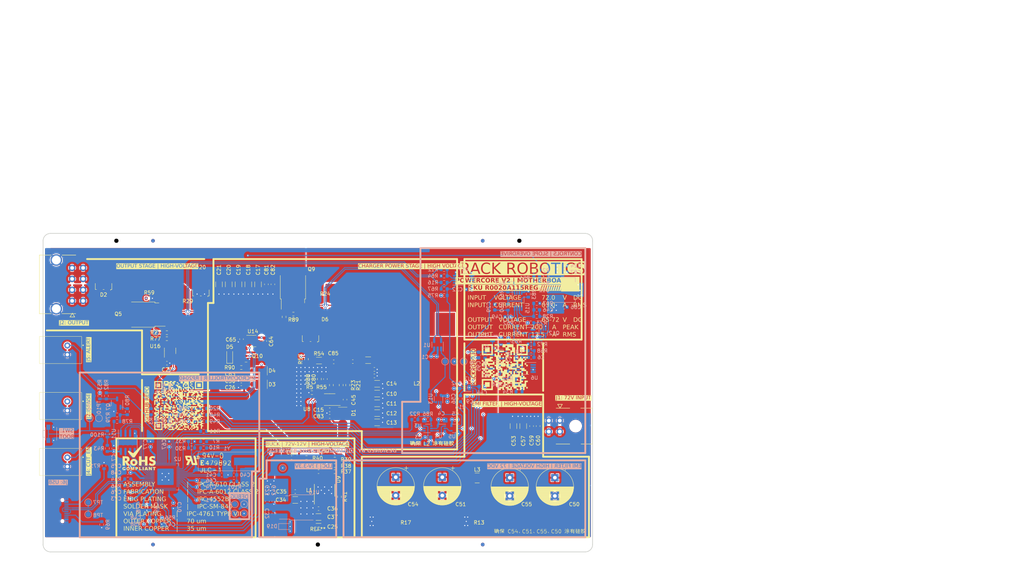
<source format=kicad_pcb>
(kicad_pcb (version 20221018) (generator pcbnew)

  (general
    (thickness 1.64)
  )

  (paper "A3")
  (title_block
    (title "PC-02 EDM PULSE GENERATOR")
    (company "DRAGONFLY POWER SYSTEMS")
  )

  (layers
    (0 "F.Cu" signal)
    (1 "In1.Cu" power)
    (2 "In2.Cu" signal)
    (3 "In3.Cu" signal)
    (4 "In4.Cu" power)
    (31 "B.Cu" signal)
    (32 "B.Adhes" user "B.Adhesive")
    (33 "F.Adhes" user "F.Adhesive")
    (34 "B.Paste" user)
    (35 "F.Paste" user)
    (36 "B.SilkS" user "B.Silkscreen")
    (37 "F.SilkS" user "F.Silkscreen")
    (38 "B.Mask" user)
    (39 "F.Mask" user)
    (40 "Dwgs.User" user "User.Drawings")
    (41 "Cmts.User" user "User.Comments")
    (42 "Eco1.User" user "User.Eco1")
    (43 "Eco2.User" user "User.Eco2")
    (44 "Edge.Cuts" user)
    (45 "Margin" user)
    (46 "B.CrtYd" user "B.Courtyard")
    (47 "F.CrtYd" user "F.Courtyard")
    (48 "B.Fab" user)
    (49 "F.Fab" user)
    (50 "User.1" user)
    (51 "User.2" user)
    (52 "User.3" user)
    (53 "User.4" user)
    (54 "User.5" user)
    (55 "User.6" user)
    (56 "User.7" user)
    (57 "User.8" user)
    (58 "User.9" user)
  )

  (setup
    (stackup
      (layer "F.SilkS" (type "Top Silk Screen") (color "White"))
      (layer "F.Paste" (type "Top Solder Paste"))
      (layer "F.Mask" (type "Top Solder Mask") (color "#000000CC") (thickness 0.01))
      (layer "F.Cu" (type "copper") (thickness 0.07))
      (layer "dielectric 1" (type "prepreg") (thickness 0.18) (material "FR4") (epsilon_r 4.29) (loss_tangent 0.02))
      (layer "In1.Cu" (type "copper") (thickness 0.035))
      (layer "dielectric 2" (type "core") (thickness 0.4) (material "FR4") (epsilon_r 4.29) (loss_tangent 0.02))
      (layer "In2.Cu" (type "copper") (thickness 0.035))
      (layer "dielectric 3" (type "prepreg") (thickness 0.18) (material "FR4") (epsilon_r 4.29) (loss_tangent 0.02))
      (layer "In3.Cu" (type "copper") (thickness 0.035))
      (layer "dielectric 4" (type "core") (thickness 0.4) (material "FR4") (epsilon_r 4.29) (loss_tangent 0.02))
      (layer "In4.Cu" (type "copper") (thickness 0.035))
      (layer "dielectric 5" (type "prepreg") (thickness 0.18) (material "FR4") (epsilon_r 4.29) (loss_tangent 0.02))
      (layer "B.Cu" (type "copper") (thickness 0.07))
      (layer "B.Mask" (type "Bottom Solder Mask") (color "#000000CC") (thickness 0.01))
      (layer "B.Paste" (type "Bottom Solder Paste"))
      (layer "B.SilkS" (type "Bottom Silk Screen") (color "White"))
      (copper_finish "ENIG")
      (dielectric_constraints no)
    )
    (pad_to_mask_clearance 0.0508)
    (solder_mask_min_width 0.0762)
    (aux_axis_origin 126.999998 193.999998)
    (pcbplotparams
      (layerselection 0x00010fc_ffffffff)
      (plot_on_all_layers_selection 0x0000000_00000000)
      (disableapertmacros false)
      (usegerberextensions true)
      (usegerberattributes false)
      (usegerberadvancedattributes false)
      (creategerberjobfile false)
      (dashed_line_dash_ratio 12.000000)
      (dashed_line_gap_ratio 3.000000)
      (svgprecision 4)
      (plotframeref false)
      (viasonmask false)
      (mode 1)
      (useauxorigin true)
      (hpglpennumber 1)
      (hpglpenspeed 20)
      (hpglpendiameter 15.000000)
      (dxfpolygonmode true)
      (dxfimperialunits true)
      (dxfusepcbnewfont true)
      (psnegative false)
      (psa4output false)
      (plotreference true)
      (plotvalue false)
      (plotinvisibletext false)
      (sketchpadsonfab false)
      (subtractmaskfromsilk true)
      (outputformat 1)
      (mirror false)
      (drillshape 0)
      (scaleselection 1)
      (outputdirectory "Gerbers/")
    )
  )

  (net 0 "")
  (net 1 "+3V3")
  (net 2 "GND")
  (net 3 "/CONTROLS/V_SENSE_FILTERED")
  (net 4 "/CONTROLS/V_SLOPE")
  (net 5 "VBUS")
  (net 6 "+12V")
  (net 7 "/CHARGER_POWER_STAGE/CHARGER_TEMP")
  (net 8 "/CONTROLS/CURRENT_TRIP")
  (net 9 "Net-(R49-Pad2)")
  (net 10 "/CONTROLS/OUTPUT_ISENSE_MICRO")
  (net 11 "Net-(Q10A-G)")
  (net 12 "Net-(U4-Pad2)")
  (net 13 "Net-(U8-IN)")
  (net 14 "+1V1")
  (net 15 "/MICRO/OUTPUT_STAGE_TEMP")
  (net 16 "/CHARGER_POWER_STAGE/VCAP")
  (net 17 "Net-(D7-A{slash}K)")
  (net 18 "/CONTROLS/CC_I_LIMIT")
  (net 19 "Net-(U9-BST)")
  (net 20 "Net-(U9-SW)")
  (net 21 "Net-(C38-Pad1)")
  (net 22 "Net-(U9-FB)")
  (net 23 "Net-(C40-Pad1)")
  (net 24 "/MICRO/XIN")
  (net 25 "/CONTROLS/V_CAP_SET")
  (net 26 "/CHARGER_POWER_STAGE/VSW")
  (net 27 "/CONTROLS/SLOPE_GENERATION/I_LIMIT_ADJUSTED")
  (net 28 "+5V")
  (net 29 "VDC")
  (net 30 "Net-(U7A--)")
  (net 31 "Net-(D3-K)")
  (net 32 "Net-(D5-A)")
  (net 33 "/CHARGER_POWER_STAGE/VHB_DIODE")
  (net 34 "/CHARGER_POWER_STAGE/VS_DIODE")
  (net 35 "Net-(Q3-G)")
  (net 36 "Net-(C84-Pad1)")
  (net 37 "Net-(C85-Pad2)")
  (net 38 "Net-(D1-K)")
  (net 39 "/CONNECTORS/ELECTRODE_-")
  (net 40 "Net-(D5-K)")
  (net 41 "/CONNECTORS/OUTPUT_ISENSE")
  (net 42 "/CONNECTORS/CUT_EN")
  (net 43 "/CONNECTORS/SHORT_ALERT")
  (net 44 "Net-(J6-VBUS-PadA4)")
  (net 45 "/CONNECTORS/USB_D_N")
  (net 46 "/CONNECTORS/USB_D_P")
  (net 47 "Net-(J6-CC1)")
  (net 48 "Net-(L2-Pad1)")
  (net 49 "/CONTROLS/OUTPUT_SHUNT_+")
  (net 50 "unconnected-(J6-SBU1-PadA8)")
  (net 51 "/CHARGER_POWER_STAGE/V_SHUNT_+")
  (net 52 "/CHARGER_POWER_STAGE/V_SHUNT_-")
  (net 53 "Net-(Q1-G)")
  (net 54 "Net-(Q2-G)")
  (net 55 "Net-(Q2-S)")
  (net 56 "Net-(Q2-D)")
  (net 57 "Net-(U16-IN)")
  (net 58 "Net-(U16-HO)")
  (net 59 "Net-(Q5-G)")
  (net 60 "Net-(Q7-G)")
  (net 61 "Net-(Q7-D)")
  (net 62 "/CHARGER_POWER_STAGE/VGH")
  (net 63 "Net-(Q9-G)")
  (net 64 "Net-(Q11-G)")
  (net 65 "Net-(U13-+)")
  (net 66 "Net-(U3-D)")
  (net 67 "Net-(U3-~{CLR})")
  (net 68 "/CONTROLS/CC_SLOPE_BLANKING")
  (net 69 "Net-(U6B-+)")
  (net 70 "/CHARGER_POWER_STAGE/CC_CHARGER_EN")
  (net 71 "/CONTROLS/SPARK_THRESHOLD_PWM")
  (net 72 "/MICRO/P_USB_P")
  (net 73 "/CONTROLS/OUTPUT_CURRENT_TRIP")
  (net 74 "Net-(R15-Pad2)")
  (net 75 "/MICRO/P_USB_N")
  (net 76 "Net-(J6-CC2)")
  (net 77 "Net-(U8-EN)")
  (net 78 "Net-(U8-HO)")
  (net 79 "/CHARGER_POWER_STAGE/CC_CHARGER_HI")
  (net 80 "/CHARGER_POWER_STAGE/VG_DIODE")
  (net 81 "/MICRO/OUTPUT_EN")
  (net 82 "/CONTROLS/CC_I_LIMIT_PWM")
  (net 83 "/CONTROLS/V_CAP_SET_PWM")
  (net 84 "Net-(R33-Pad1)")
  (net 85 "Net-(R38-Pad2)")
  (net 86 "Net-(U9-RT)")
  (net 87 "/MICRO/QSPI_SS")
  (net 88 "/CONTROLS/CC_CLK")
  (net 89 "Net-(U3-C)")
  (net 90 "Net-(U15A--)")
  (net 91 "unconnected-(J6-SBU2-PadB8)")
  (net 92 "/CONTROLS/VSENSE_TRIP")
  (net 93 "unconnected-(U6-Pad1)")
  (net 94 "/CONTROLS/CC_PWM_nEN")
  (net 95 "Net-(U15A-+)")
  (net 96 "Net-(U8-RDT)")
  (net 97 "Net-(U8-LO)")
  (net 98 "Net-(U15B-+)")
  (net 99 "Net-(U15B--)")
  (net 100 "Net-(R78-Pad2)")
  (net 101 "/MICRO/CUT_nEN")
  (net 102 "/CHARGER_POWER_STAGE/DIODE_ON")
  (net 103 "Net-(U14-IN)")
  (net 104 "/CHARGER_POWER_STAGE/GATE_BIAS_CLK")
  (net 105 "Net-(R100-Pad2)")
  (net 106 "/MICRO/XOUT")
  (net 107 "/CONNECTORS/SWCLK")
  (net 108 "/CONNECTORS/SWDIO")
  (net 109 "unconnected-(U2-GPIO23-Pad35)")
  (net 110 "unconnected-(U2-GPIO24-Pad36)")
  (net 111 "unconnected-(U2-GPIO16-Pad27)")
  (net 112 "unconnected-(U2-GPIO17-Pad28)")
  (net 113 "unconnected-(U2-GPIO18-Pad29)")
  (net 114 "unconnected-(U2-GPIO19-Pad30)")
  (net 115 "unconnected-(U2-GPIO20-Pad31)")
  (net 116 "unconnected-(U2-GPIO21-Pad32)")
  (net 117 "unconnected-(U2-GPIO22-Pad34)")
  (net 118 "unconnected-(U2-GPIO25-Pad37)")
  (net 119 "Net-(U11-~{RST}(IO3))")
  (net 120 "Net-(U11-CLK)")
  (net 121 "Net-(U11-DI(IO0))")
  (net 122 "Net-(U11-~{WP}(IO2))")
  (net 123 "Net-(U11-DO(IO1))")
  (net 124 "unconnected-(U8-NC-Pad5)")
  (net 125 "unconnected-(U9-PGOOD-Pad6)")
  (net 126 "Net-(U17A-+)")
  (net 127 "Net-(U17A--)")
  (net 128 "/CONTROLS/VSENSE_BUFFERED")
  (net 129 "Net-(C51-Pad2)")
  (net 130 "Net-(R62-Pad1)")
  (net 131 "Net-(D7-A)")
  (net 132 "Net-(D7-K)")
  (net 133 "unconnected-(U17-Pad7)")
  (net 134 "Net-(J5-Pad1)")
  (net 135 "Net-(Q5-S)")
  (net 136 "/CONTROLS/OUTPUT_SHUNT_-")
  (net 137 "Net-(D19-K)")
  (net 138 "unconnected-(U2-GPIO7-Pad9)")
  (net 139 "unconnected-(U2-GPIO8-Pad11)")

  (footprint "NET_TIES:NET_TIE_SMD_10mil" (layer "F.Cu") (at 202.039 126.619 180))

  (footprint "SMD_INDUCTORS:PQ2617BHA" (layer "F.Cu") (at 229.108 131.826 -90))

  (footprint "CONNECTORS:0430450822" (layer "F.Cu") (at 130.599998 120.914999 -90))

  (footprint "Fiducial:Fiducial_1mm_Mask2mm" (layer "F.Cu") (at 157 109))

  (footprint "SMD_INDUCTORS:VLS6045EX" (layer "F.Cu") (at 196.849998 172.823998 180))

  (footprint "Capacitor_SMD:C_0603_1608Metric" (layer "F.Cu") (at 181.102 145.415 180))

  (footprint "Capacitor_SMD:C_0603_1608Metric" (layer "F.Cu") (at 194.817998 168.251998 180))

  (footprint "CONNECTORS:S2B-XH-A-1" (layer "F.Cu") (at 133.61432 154.149998 90))

  (footprint "Capacitor_SMD:C_0603_1608Metric" (layer "F.Cu") (at 209.423 152.4 90))

  (footprint "Capacitor_SMD:C_0603_1608Metric" (layer "F.Cu") (at 262.128 159.639 90))

  (footprint "Capacitor_SMD:C_0603_1608Metric" (layer "F.Cu") (at 187.5155 136.398 -90))

  (footprint "GRAPHICS:powercore_version_2.0_micro" (layer "F.Cu") (at 186 190))

  (footprint "Resistor_SMD:R_1206_3216Metric" (layer "F.Cu") (at 215.725 141.632 180))

  (footprint "Capacitor_SMD:C_1206_3216Metric" (layer "F.Cu") (at 218.186 148.082))

  (footprint "DFN_QFN:INFINEON_TSDSON-8-25" (layer "F.Cu") (at 211.471 144.878 -90))

  (footprint "Capacitor_SMD:C_0603_1608Metric" (layer "F.Cu") (at 160.795 142.437998))

  (footprint "NET_TIES:NET_TIE_SMD_10mil" (layer "F.Cu") (at 164.447001 128.270001 180))

  (footprint "Resistor_SMD:R_0603_1608Metric" (layer "F.Cu") (at 206.629 172.085 180))

  (footprint "Capacitor_SMD:C_0603_1608Metric" (layer "F.Cu") (at 181.1655 135.89 -90))

  (footprint "Resistor_SMD:R_0603_1608Metric" (layer "F.Cu") (at 208.37 148.434 -90))

  (footprint "Resistor_SMD:R_0603_1608Metric" (layer "F.Cu") (at 195.32 129.041))

  (footprint "Capacitor_SMD:C_1206_3216Metric" (layer "F.Cu") (at 255.397 159.639 90))

  (footprint "Resistor_SMD:R_0603_1608Metric" (layer "F.Cu") (at 205.703 148.434 90))

  (footprint "Package_TO_SOT_SMD:TO-277A" (layer "F.Cu")
    (tstamp 34fc78c3-d036-4ccb-9577-17e5e6951438)
    (at 143.51 119.155 180)
    (descr "Thermal enhanced ultra thin SMD package; 3 leads; body: 4.3x6.1x0.43mm, https://www.vishay.com/docs/95570/to-277asmpc.pdf")
    (tags "TO-277A SMPC")
    (property "If" "10A")
    (property "Manufacturer" "Vishay")
    (property "Part Number" "SS10PH10-M3/87A")
    (property "Sheetfile" "OUTPUT_STAGE.kicad_sch")
    (property "Sheetname" "OUTPUT_STAGE")
    (property "Vr" "100V")
    (property "ki_description" "DIODE, SCHOTTKY, 100V, 10A, TO277A")
    (property "ki_keywords" "diode")
    (path "/feabb24a-384d-4039-a47b-587e8a8a2a3e/197214d2-0e6c-460b-a008-90ee12b24c6b")
    (attr smd)
    (fp_text reference "D2" (at 0.01 -4.595) (layer "F.SilkS")
        (effects (font (size 1 1) (thickness 0.1524)))
      (tstamp 7e1cdb48-da0d-464e-9519-fecface80ba2)
    )
    (fp_text value "SS10PH10-M3/87A" (at 0 4.5) (layer "F.Fab")
        (effects (font (size 1 1) (thickness 0.15)))
      (tstamp c99f7bf5-a5b2-4f8d-af68-3d1221e5ebc5)
    )
    (fp_text user "${REFERENCE}" (at 0 0) (layer "F.Fab")
        (effects (font (size 1 1) (thickness 0.15)))
      (tstamp 710ce4fd-822f-45b1-ab84-9b9845ccb38b)
    )
    (fp
... [5147796 chars truncated]
</source>
